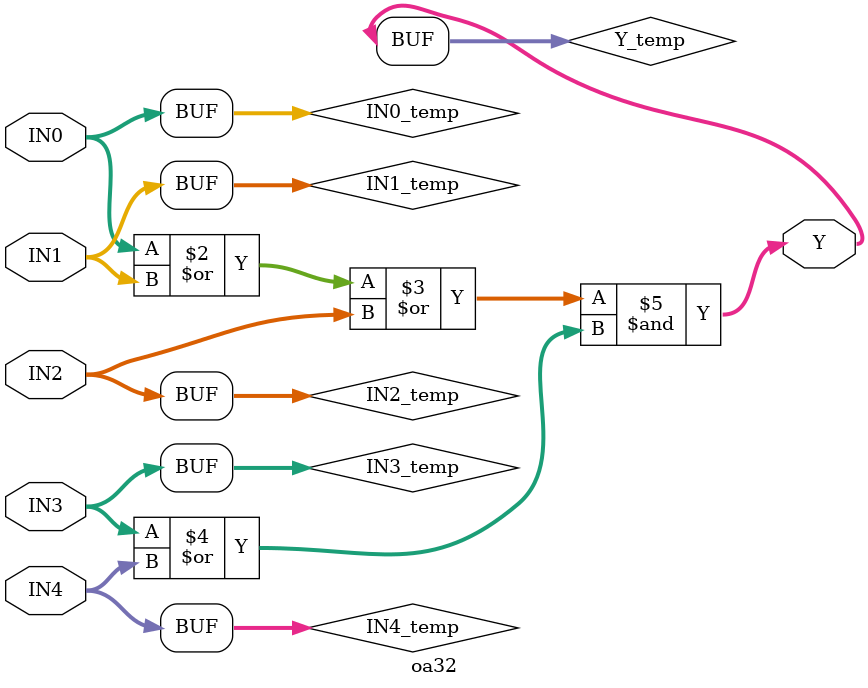
<source format=v>
module oa32(IN0,IN1,IN2,IN3,IN4,Y);
  parameter N = 8;
  parameter DPFLAG = 0;
  parameter GROUP = "std";
  parameter
        d_IN0 = 0,
        d_IN1 = 0,
        d_IN2 = 0,
        d_IN3 = 0,
        d_IN4 = 0,
        d_Y = 1;
  input [(N - 1):0] IN0;
  input [(N - 1):0] IN1;
  input [(N - 1):0] IN2;
  input [(N - 1):0] IN3;
  input [(N - 1):0] IN4;
  output [(N - 1):0] Y;
  wire [(N - 1):0] IN0_temp;
  wire [(N - 1):0] IN1_temp;
  wire [(N - 1):0] IN2_temp;
  wire [(N - 1):0] IN3_temp;
  wire [(N - 1):0] IN4_temp;
  reg [(N - 1):0] Y_temp;
  assign #(d_IN0) IN0_temp = IN0;
  assign #(d_IN1) IN1_temp = IN1;
  assign #(d_IN2) IN2_temp = IN2;
  assign #(d_IN3) IN3_temp = IN3;
  assign #(d_IN4) IN4_temp = IN4;
  assign #(d_Y) Y = Y_temp;
  initial
    begin
    if((DPFLAG == 1))
      $display("(WARNING) The instance %m of type oa32 can't be implemented as a data-path cell");
    end
  always
    @(IN0_temp or IN1_temp or IN2_temp or IN3_temp or IN4_temp)
      begin
      Y_temp = (((IN0_temp | IN1_temp) | IN2_temp) & (IN3_temp | IN4_temp));
      end
endmodule

</source>
